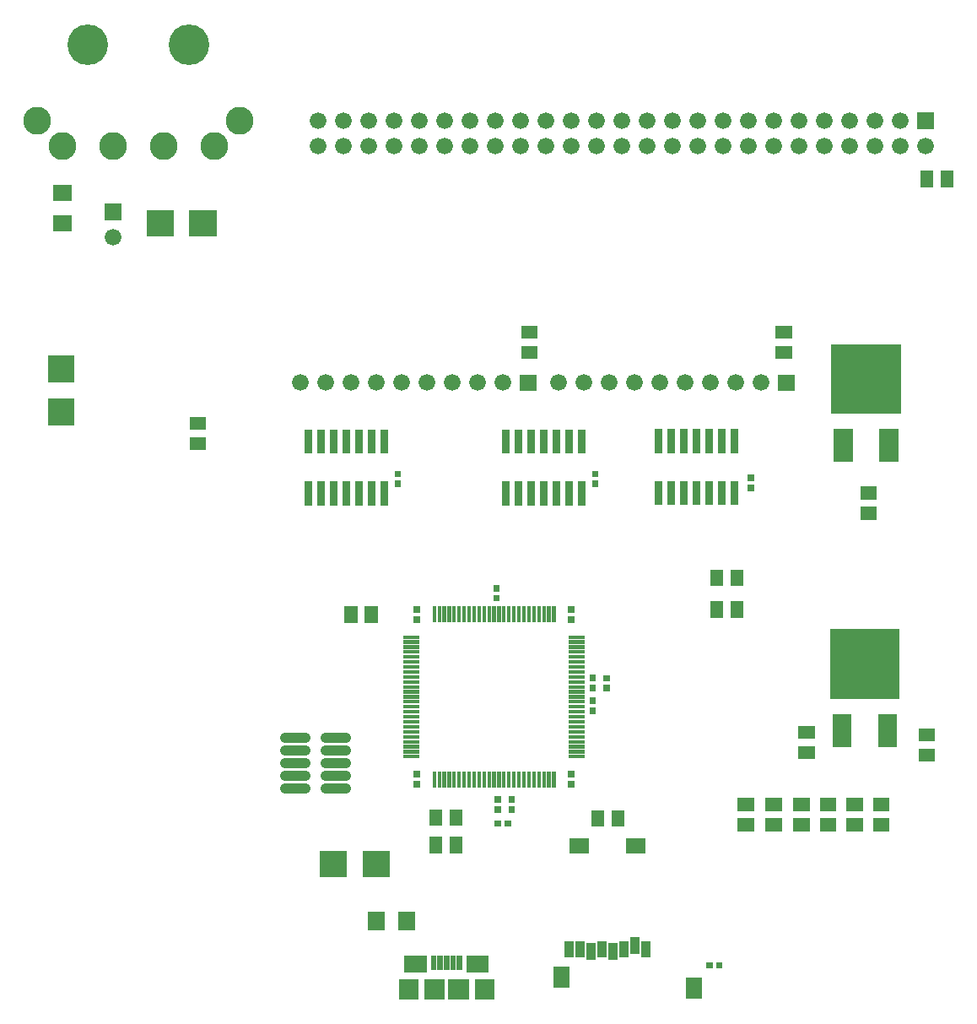
<source format=gts>
G04 start of page 11 for group -4063 idx -4063 *
G04 Title: (unknown), componentmask *
G04 Creator: pcb 20110918 *
G04 CreationDate: Wed 09 Oct 2013 12:59:36 GMT UTC *
G04 For: michael *
G04 Format: Gerber/RS-274X *
G04 PCB-Dimensions: 386000 393500 *
G04 PCB-Coordinate-Origin: lower left *
%MOIN*%
%FSLAX25Y25*%
%LNTOPMASK*%
%ADD146C,0.0410*%
%ADD145R,0.0375X0.0375*%
%ADD144R,0.1006X0.1006*%
%ADD143R,0.0660X0.0660*%
%ADD142R,0.0769X0.0769*%
%ADD141R,0.0690X0.0690*%
%ADD140R,0.0218X0.0218*%
%ADD139R,0.0750X0.0750*%
%ADD138R,0.0300X0.0300*%
%ADD137R,0.0611X0.0611*%
%ADD136R,0.0140X0.0140*%
%ADD135R,0.0510X0.0510*%
%ADD134C,0.1600*%
%ADD133C,0.1100*%
%ADD132C,0.0001*%
%ADD131C,0.0660*%
G54D131*X133000Y349500D03*
X143000D03*
X153000D03*
X163000D03*
X173000D03*
X183000D03*
X163000Y339500D03*
X173000D03*
X183000D03*
X193000Y349500D03*
X203000D03*
X213000D03*
X193000Y339500D03*
X203000D03*
X213000D03*
X223000D03*
Y349500D03*
X233000D03*
X243000D03*
X233000Y339500D03*
X243000D03*
X253000D03*
X263000D03*
X273000D03*
X283000D03*
X253000Y349500D03*
X263000D03*
X273000D03*
X283000D03*
X293000Y339500D03*
X303000D03*
X313000D03*
X293000Y349500D03*
X303000D03*
X313000D03*
X323000D03*
X333000D03*
X343000D03*
X323000Y339500D03*
X333000D03*
X343000D03*
X353000D03*
Y349500D03*
G54D132*G36*
X359700Y352800D02*Y346200D01*
X366300D01*
Y352800D01*
X359700D01*
G37*
G54D131*X363000Y339500D03*
G54D132*G36*
X304700Y249300D02*Y242700D01*
X311300D01*
Y249300D01*
X304700D01*
G37*
G54D131*X298000Y246000D03*
X288000D03*
X278000D03*
X268000D03*
X258000D03*
X248000D03*
X238000D03*
X228000D03*
X218000D03*
G54D132*G36*
X202700Y249300D02*Y242700D01*
X209300D01*
Y249300D01*
X202700D01*
G37*
G54D131*X196000Y246000D03*
X186000D03*
X176000D03*
X166000D03*
X156000D03*
X146000D03*
X136000D03*
X126000D03*
X116000D03*
X123000Y339500D03*
Y349500D03*
X133000Y339500D03*
X143000D03*
X153000D03*
G54D133*X62000D03*
X82000D03*
X92000Y349500D03*
G54D134*X32000Y379500D03*
X72000D03*
G54D133*X22000Y339500D03*
X42000D03*
X12000Y349500D03*
G54D132*G36*
X38700Y316800D02*Y310200D01*
X45300D01*
Y316800D01*
X38700D01*
G37*
G54D131*X42000Y303500D03*
G54D135*X363500Y327200D02*Y325800D01*
X371500Y327200D02*Y325800D01*
G54D136*X157492Y98378D02*X162390D01*
X168878Y91890D02*Y86992D01*
G54D132*G36*
X160716Y92722D02*Y90152D01*
X163284D01*
Y92722D01*
X160716D01*
G37*
G36*
Y88784D02*Y86216D01*
X163284D01*
Y88784D01*
X160716D01*
G37*
G54D136*X170846Y91890D02*Y86992D01*
X172815Y91890D02*Y86992D01*
X174783Y91890D02*Y86992D01*
X176752Y91890D02*Y86992D01*
G54D135*X169500Y64200D02*Y62800D01*
X177500Y64200D02*Y62800D01*
X169439Y74952D02*Y73552D01*
X177439Y74952D02*Y73552D01*
G54D136*X178720Y91890D02*Y86992D01*
X180689Y91890D02*Y86992D01*
X182657Y91890D02*Y86992D01*
X184626Y91890D02*Y86992D01*
X186594Y91890D02*Y86992D01*
X188563Y91890D02*Y86992D01*
X190531Y91890D02*Y86992D01*
X192500Y91890D02*Y86992D01*
G54D132*G36*
X196652Y73284D02*Y70716D01*
X199222D01*
Y73284D01*
X196652D01*
G37*
G36*
X192716D02*Y70716D01*
X195284D01*
Y73284D01*
X192716D01*
G37*
G36*
Y78784D02*Y76216D01*
X195284D01*
Y78784D01*
X192716D01*
G37*
G36*
Y82722D02*Y80152D01*
X195284D01*
Y82722D01*
X192716D01*
G37*
G36*
X198216Y78784D02*Y76216D01*
X200784D01*
Y78784D01*
X198216D01*
G37*
G36*
Y82722D02*Y80152D01*
X200784D01*
Y82722D01*
X198216D01*
G37*
G54D136*X194468Y91890D02*Y86992D01*
X196437Y91890D02*Y86992D01*
X198405Y91890D02*Y86992D01*
X200374Y91890D02*Y86992D01*
X202342Y91890D02*Y86992D01*
X204311Y91890D02*Y86992D01*
X206279Y91890D02*Y86992D01*
X208248Y91890D02*Y86992D01*
X210216Y91890D02*Y86992D01*
X212185Y91890D02*Y86992D01*
X214153Y91890D02*Y86992D01*
X216122Y91890D02*Y86992D01*
G54D132*G36*
X221716Y92784D02*Y90216D01*
X224284D01*
Y92784D01*
X221716D01*
G37*
G36*
Y88848D02*Y86278D01*
X224284D01*
Y88848D01*
X221716D01*
G37*
G54D136*X222610Y114126D02*X227508D01*
X222610Y116094D02*X227508D01*
X222610Y118063D02*X227508D01*
X222610Y120031D02*X227508D01*
X222610Y122000D02*X227508D01*
G54D132*G36*
X230216Y117847D02*Y115279D01*
X232784D01*
Y117847D01*
X230216D01*
G37*
G36*
Y121784D02*Y119216D01*
X232784D01*
Y121784D01*
X230216D01*
G37*
G54D135*X233500Y74700D02*Y73300D01*
G54D137*X225390Y63071D02*X226965D01*
G54D136*X222610Y123968D02*X227508D01*
X222610Y125937D02*X227508D01*
X222610Y127905D02*X227508D01*
X222610Y129874D02*X227508D01*
X222610Y131842D02*X227508D01*
X222610Y133811D02*X227508D01*
X222610Y135779D02*X227508D01*
X222610Y137748D02*X227508D01*
X222610Y139716D02*X227508D01*
X222610Y141685D02*X227508D01*
X222610Y143653D02*X227508D01*
X222610Y145622D02*X227508D01*
G54D132*G36*
X230216Y130721D02*Y128153D01*
X232784D01*
Y130721D01*
X230216D01*
G37*
G36*
X235788Y130649D02*Y128080D01*
X238356D01*
Y130649D01*
X235788D01*
G37*
G36*
X230216Y126784D02*Y124216D01*
X232784D01*
Y126784D01*
X230216D01*
G37*
G36*
X235788Y126712D02*Y124144D01*
X238356D01*
Y126712D01*
X235788D01*
G37*
G54D135*X288500Y157200D02*Y155800D01*
X280500Y157200D02*Y155800D01*
X288500Y169700D02*Y168300D01*
X280500Y169700D02*Y168300D01*
G54D138*X287500Y226250D02*Y219750D01*
G54D135*X306300Y266000D02*X307700D01*
X306300Y258000D02*X307700D01*
G54D138*X282500Y226250D02*Y219750D01*
X277500Y226250D02*Y219750D01*
X272500Y226250D02*Y219750D01*
X267500Y226250D02*Y219750D01*
X282500Y205750D02*Y199250D01*
X287500Y205750D02*Y199250D01*
G54D132*G36*
X292716Y209722D02*Y207152D01*
X295284D01*
Y209722D01*
X292716D01*
G37*
G36*
Y205784D02*Y203216D01*
X295284D01*
Y205784D01*
X292716D01*
G37*
G54D135*X339800Y194500D02*X341200D01*
X339800Y202500D02*X341200D01*
G54D132*G36*
X325750Y261250D02*Y233750D01*
X353250D01*
Y261250D01*
X325750D01*
G37*
G36*
Y246250D02*Y233750D01*
X338250D01*
Y246250D01*
X325750D01*
G37*
G36*
X340750Y261250D02*Y248750D01*
X353250D01*
Y261250D01*
X340750D01*
G37*
G36*
X325750D02*Y248750D01*
X338250D01*
Y261250D01*
X325750D01*
G37*
G54D139*X330500Y224000D02*Y218500D01*
G54D132*G36*
X340750Y246250D02*Y233750D01*
X353250D01*
Y246250D01*
X340750D01*
G37*
G54D139*X348500Y224000D02*Y218500D01*
G54D135*X315300Y108000D02*X316700D01*
G54D132*G36*
X325250Y148750D02*Y136250D01*
X337750D01*
Y148750D01*
X325250D01*
G37*
G36*
Y133750D02*Y121250D01*
X337750D01*
Y133750D01*
X325250D01*
G37*
G36*
Y148750D02*Y121250D01*
X352750D01*
Y148750D01*
X325250D01*
G37*
G36*
X340250D02*Y136250D01*
X352750D01*
Y148750D01*
X340250D01*
G37*
G36*
Y133750D02*Y121250D01*
X352750D01*
Y133750D01*
X340250D01*
G37*
G54D139*X348000Y111500D02*Y106000D01*
X330000Y111500D02*Y106000D01*
G54D135*X315300Y100000D02*X316700D01*
X344800Y71500D02*X346200D01*
X344800Y79500D02*X346200D01*
X334300Y71500D02*X335700D01*
X334300Y79500D02*X335700D01*
X323800Y71500D02*X325200D01*
X323800Y79500D02*X325200D01*
X313300Y71500D02*X314700D01*
X313300Y79500D02*X314700D01*
X302300Y71500D02*X303700D01*
X302300Y79500D02*X303700D01*
X291300Y71500D02*X292700D01*
X291300Y79500D02*X292700D01*
X362800Y99000D02*X364200D01*
X362800Y107000D02*X364200D01*
G54D136*X222610Y98378D02*X227508D01*
X222610Y100346D02*X227508D01*
X222610Y102315D02*X227508D01*
X222610Y104283D02*X227508D01*
X222610Y106252D02*X227508D01*
X222610Y108220D02*X227508D01*
X222610Y110189D02*X227508D01*
X222610Y112157D02*X227508D01*
G54D135*X241500Y74700D02*Y73300D01*
G54D137*X247831Y63071D02*X249406D01*
G54D140*X173725Y18902D02*Y15162D01*
X178843Y18902D02*Y15162D01*
X168607Y18902D02*Y15162D01*
X176284Y18902D02*Y15162D01*
X171166Y18902D02*Y15162D01*
G54D141*X160536Y16540D02*X162504D01*
X184945D02*X186914D01*
G54D142*X158764Y6697D02*Y6303D01*
G54D143*X158000Y34000D02*Y33000D01*
X146000Y34000D02*Y33000D01*
G54D144*X128607Y56000D02*X129394D01*
X145536D02*X146323D01*
G54D132*G36*
X164960Y10540D02*Y2460D01*
X173040D01*
Y10540D01*
X164960D01*
G37*
G36*
X174409D02*Y2460D01*
X182489D01*
Y10540D01*
X174409D01*
G37*
G54D142*X188685Y6697D02*Y6303D01*
G54D132*G36*
X280216Y17284D02*Y14716D01*
X282784D01*
Y17284D01*
X280216D01*
G37*
G36*
X276278D02*Y14716D01*
X278848D01*
Y17284D01*
X276278D01*
G37*
G54D137*X271453Y7953D02*Y5984D01*
G54D145*X252555Y23701D02*Y20945D01*
X248224Y25276D02*Y22520D01*
X243894Y23701D02*Y20945D01*
X239563Y22913D02*Y20157D01*
X235232Y23701D02*Y20945D01*
X230902Y22913D02*Y20157D01*
X226571Y23701D02*Y20945D01*
X222240Y23701D02*Y20945D01*
G54D137*X219091Y12283D02*Y10315D01*
G54D138*X149000Y226000D02*Y219500D01*
X144000Y226000D02*Y219500D01*
X139000Y226000D02*Y219500D01*
X134000Y226000D02*Y219500D01*
X129000Y226000D02*Y219500D01*
X124000Y226000D02*Y219500D01*
X119000Y226000D02*Y219500D01*
G54D135*X74800Y230000D02*X76200D01*
X74800Y222000D02*X76200D01*
G54D144*X21500Y234894D02*Y234107D01*
Y251823D02*Y251036D01*
G54D138*X119000Y205500D02*Y199000D01*
X124000Y205500D02*Y199000D01*
X129000Y205500D02*Y199000D01*
X134000Y205500D02*Y199000D01*
X139000Y205500D02*Y199000D01*
X144000Y205500D02*Y199000D01*
X149000Y205500D02*Y199000D01*
G54D132*G36*
X153216Y211284D02*Y208716D01*
X155784D01*
Y211284D01*
X153216D01*
G37*
G36*
Y207348D02*Y204778D01*
X155784D01*
Y207348D01*
X153216D01*
G37*
G54D143*X21500Y321000D02*X22500D01*
X21500Y309000D02*X22500D01*
G54D144*X77106D02*X77893D01*
X60177D02*X60964D01*
G54D136*X157492Y145622D02*X162390D01*
X157492Y143654D02*X162390D01*
X157492Y141685D02*X162390D01*
X157492Y139717D02*X162390D01*
X157492Y137748D02*X162390D01*
X157492Y135780D02*X162390D01*
G54D132*G36*
X160716Y153784D02*Y151216D01*
X163284D01*
Y153784D01*
X160716D01*
G37*
G54D135*X136000Y155200D02*Y153800D01*
X144000Y155200D02*Y153800D01*
G54D132*G36*
X160716Y157722D02*Y155152D01*
X163284D01*
Y157722D01*
X160716D01*
G37*
G54D136*X157492Y133811D02*X162390D01*
X157492Y131843D02*X162390D01*
X157492Y129874D02*X162390D01*
X157492Y127906D02*X162390D01*
X157492Y125937D02*X162390D01*
X157492Y123969D02*X162390D01*
X157492Y122000D02*X162390D01*
X157492Y120032D02*X162390D01*
X157492Y118063D02*X162390D01*
X157492Y116095D02*X162390D01*
X157492Y114126D02*X162390D01*
X157492Y112158D02*X162390D01*
X157492Y110189D02*X162390D01*
X157492Y108221D02*X162390D01*
X157492Y106252D02*X162390D01*
X157492Y104284D02*X162390D01*
X157492Y102315D02*X162390D01*
X157492Y100347D02*X162390D01*
G54D146*X125844Y85950D02*X133944D01*
X109844D02*X117944D01*
X125844Y90950D02*X133944D01*
X109844D02*X117944D01*
X109844Y95950D02*X117944D01*
X109844Y100950D02*X117944D01*
X109844Y105950D02*X117944D01*
X125844Y95950D02*X133944D01*
X125844Y100950D02*X133944D01*
X125844Y105950D02*X133944D01*
G54D136*X216122Y157008D02*Y152110D01*
X214154Y157008D02*Y152110D01*
X212185Y157008D02*Y152110D01*
X210217Y157008D02*Y152110D01*
X208248Y157008D02*Y152110D01*
X206280Y157008D02*Y152110D01*
G54D132*G36*
X221716Y157722D02*Y155152D01*
X224284D01*
Y157722D01*
X221716D01*
G37*
G36*
Y153784D02*Y151216D01*
X224284D01*
Y153784D01*
X221716D01*
G37*
G54D136*X204311Y157008D02*Y152110D01*
X202343Y157008D02*Y152110D01*
X200374Y157008D02*Y152110D01*
X198406Y157008D02*Y152110D01*
X196437Y157008D02*Y152110D01*
X194469Y157008D02*Y152110D01*
X192500Y157008D02*Y152110D01*
G54D132*G36*
X192216Y166222D02*Y163652D01*
X194784D01*
Y166222D01*
X192216D01*
G37*
G36*
Y162284D02*Y159716D01*
X194784D01*
Y162284D01*
X192216D01*
G37*
G54D136*X190532Y157008D02*Y152110D01*
X188563Y157008D02*Y152110D01*
X186595Y157008D02*Y152110D01*
X184626Y157008D02*Y152110D01*
X182658Y157008D02*Y152110D01*
X180689Y157008D02*Y152110D01*
X178721Y157008D02*Y152110D01*
X176752Y157008D02*Y152110D01*
X174784Y157008D02*Y152110D01*
X172815Y157008D02*Y152110D01*
X170847Y157008D02*Y152110D01*
X168878Y157008D02*Y152110D01*
G54D138*X262500Y226250D02*Y219750D01*
X257500Y226250D02*Y219750D01*
Y205750D02*Y199250D01*
X262500Y205750D02*Y199250D01*
X267500Y205750D02*Y199250D01*
X272500Y205750D02*Y199250D01*
X277500Y205750D02*Y199250D01*
G54D132*G36*
X231216Y211284D02*Y208716D01*
X233784D01*
Y211284D01*
X231216D01*
G37*
G36*
Y207348D02*Y204778D01*
X233784D01*
Y207348D01*
X231216D01*
G37*
G54D138*X217000Y226000D02*Y219500D01*
G54D135*X205800Y266000D02*X207200D01*
X205800Y258000D02*X207200D01*
G54D138*X212000Y226000D02*Y219500D01*
X207000Y226000D02*Y219500D01*
X202000Y226000D02*Y219500D01*
X197000Y226000D02*Y219500D01*
X227000Y226000D02*Y219500D01*
X222000Y226000D02*Y219500D01*
X197000Y205500D02*Y199000D01*
X202000Y205500D02*Y199000D01*
X207000Y205500D02*Y199000D01*
X212000Y205500D02*Y199000D01*
X217000Y205500D02*Y199000D01*
X222000Y205500D02*Y199000D01*
X227000Y205500D02*Y199000D01*
M02*

</source>
